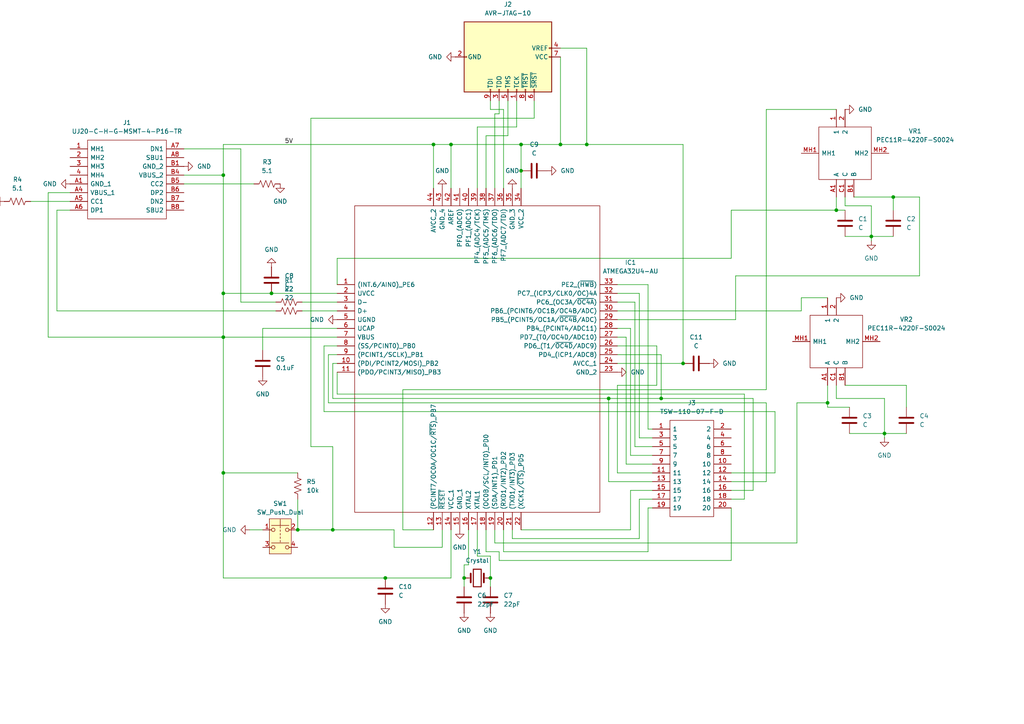
<source format=kicad_sch>
(kicad_sch (version 20250114) (generator "eeschema") (generator_version "9.0")
  (paper "A4")
  (lib_symbols
    (symbol "ATMEGA32U4-AU:ATMEGA32U4-AU" (pin_names (offset 0.762))
      (property "Reference" "IC" (at 77.47 27.94 0))
      (property "Value" "ATMEGA32U4-AU" (at 77.47 25.4 0))
      (symbol "ATMEGA32U4-AU_0_0"
        (pin passive line (at 0 0 0) (length 5.08) (name "(INT.6/AIN0)_PE6") (number "1"))
        (pin passive line (at 0 -2.54 0) (length 5.08) (name "UVCC") (number "2"))
        (pin passive line (at 0 -5.08 0) (length 5.08) (name "D-") (number "3"))
        (pin passive line (at 0 -7.62 0) (length 5.08) (name "D+") (number "4"))
        (pin passive line (at 0 -10.16 0) (length 5.08) (name "UGND") (number "5"))
        (pin passive line (at 0 -12.7 0) (length 5.08) (name "UCAP") (number "6"))
        (pin passive line (at 0 -15.24 0) (length 5.08) (name "VBUS") (number "7"))
        (pin passive line (at 0 -17.78 0) (length 5.08) (name "(SS/PCINT0)_PB0") (number "8"))
        (pin passive line (at 0 -20.32 0) (length 5.08) (name "(PCINT1/SCLK)_PB1") (number "9"))
        (pin passive line (at 0 -22.86 0) (length 5.08) (name "(PDI/PCINT2/MOSI)_PB2") (number "10"))
        (pin passive line (at 0 -25.4 0) (length 5.08) (name "(PDO/PCINT3/MISO)_PB3") (number "11"))
        (pin passive line (at 27.94 27.94 270) (length 5.08) (name "AVCC_2") (number "44"))
        (pin passive line (at 27.94 -71.12 90) (length 5.08) (name "(PCINT7/OC0A/OC1C/~{RTS})_PB7") (number "12"))
        (pin passive line (at 30.48 27.94 270) (length 5.08) (name "GND_4") (number "43"))
        (pin passive line (at 30.48 -71.12 90) (length 5.08) (name "~{RESET}") (number "13"))
        (pin passive line (at 33.02 27.94 270) (length 5.08) (name "AREF") (number "42"))
        (pin passive line (at 33.02 -71.12 90) (length 5.08) (name "VCC_1") (number "14"))
        (pin passive line (at 35.56 27.94 270) (length 5.08) (name "PF0_(ADC0)") (number "41"))
        (pin passive line (at 35.56 -71.12 90) (length 5.08) (name "GND_1") (number "15"))
        (pin passive line (at 38.1 27.94 270) (length 5.08) (name "PF1_(ADC1)") (number "40"))
        (pin passive line (at 38.1 -71.12 90) (length 5.08) (name "XTAL2") (number "16"))
        (pin passive line (at 40.64 27.94 270) (length 5.08) (name "PF4_(ADC4/TCK)") (number "39"))
        (pin passive line (at 40.64 -71.12 90) (length 5.08) (name "XTAL1") (number "17"))
        (pin passive line (at 43.18 27.94 270) (length 5.08) (name "PF5_(ADC5/TMS)") (number "38"))
        (pin passive line (at 43.18 -71.12 90) (length 5.08) (name "(OC0B/SCL/INT0)_PD0") (number "18"))
        (pin passive line (at 45.72 27.94 270) (length 5.08) (name "PF6_(ADC6/TDO)") (number "37"))
        (pin passive line (at 45.72 -71.12 90) (length 5.08) (name "(SDA/INT1)_PD1") (number "19"))
        (pin passive line (at 48.26 27.94 270) (length 5.08) (name "PF7_(ADC7/TDI)") (number "36"))
        (pin passive line (at 48.26 -71.12 90) (length 5.08) (name "(RXD1/INT2)_PD2") (number "20"))
        (pin passive line (at 50.8 27.94 270) (length 5.08) (name "GND_3") (number "35"))
        (pin passive line (at 50.8 -71.12 90) (length 5.08) (name "(TXD1/INT3)_PD3") (number "21"))
        (pin passive line (at 53.34 27.94 270) (length 5.08) (name "VCC_2") (number "34"))
        (pin passive line (at 53.34 -71.12 90) (length 5.08) (name "(XCK1/~{CTS})_PD5") (number "22"))
        (pin passive line (at 81.28 0 180) (length 5.08) (name "PE2_(~{HWB})") (number "33"))
        (pin passive line (at 81.28 -2.54 180) (length 5.08) (name "PC7_(ICP3/CLK0/OC)4A") (number "32"))
        (pin passive line (at 81.28 -5.08 180) (length 5.08) (name "PC6_(OC3A/~{OC4A})") (number "31"))
        (pin passive line (at 81.28 -7.62 180) (length 5.08) (name "PB6_(PCINT6/OC1B/OC4B/ADC)") (number "30"))
        (pin passive line (at 81.28 -10.16 180) (length 5.08) (name "PB5_(PCINT5/OC1A/~{OC4B}/ADC)") (number "29"))
        (pin passive line (at 81.28 -12.7 180) (length 5.08) (name "PB4_(PCINT4/ADC11)") (number "28"))
        (pin passive line (at 81.28 -15.24 180) (length 5.08) (name "PD7_(T0/OC4D/ADC10)") (number "27"))
        (pin passive line (at 81.28 -17.78 180) (length 5.08) (name "PD6_(T1/~{OC4D}/ADC9)") (number "26"))
        (pin passive line (at 81.28 -20.32 180) (length 5.08) (name "PD4_(ICP1/ADC8)") (number "25"))
        (pin passive line (at 81.28 -22.86 180) (length 5.08) (name "AVCC_1") (number "24"))
        (pin passive line (at 81.28 -25.4 180) (length 5.08) (name "GND_2") (number "23"))
      )
      (symbol "ATMEGA32U4-AU_0_1"
        (polyline (pts (xy 5.08 22.86) (xy 76.2 22.86) (xy 76.2 -66.04) (xy 5.08 -66.04) (xy 5.08 22.86)) (stroke (width 0.1524)))
      )
    )
    (symbol "Connector:AVR-JTAG-10" (pin_names (offset 1.016))
      (property "Reference" "J" (at -8.89 13.97 0))
      (property "Value" "AVR-JTAG-10" (at 1.27 13.97 0))
      (symbol "AVR-JTAG-10_0_1"
        (rectangle (start -2.667 12.7) (end -2.413 11.938))
        (rectangle (start -0.127 12.7) (end 0.127 11.938))
        (rectangle (start -0.127 -11.938) (end 0.127 -12.7))
        (rectangle (start 10.16 12.7) (end -10.16 -12.7) (stroke (width 0.254)) (fill (type background)))
        (rectangle (start 10.16 7.747) (end 9.398 7.493))
        (rectangle (start 10.16 5.207) (end 9.398 4.953))
        (rectangle (start 10.16 2.667) (end 9.398 2.413))
        (rectangle (start 10.16 0.127) (end 9.398 -0.127))
        (rectangle (start 10.16 -2.413) (end 9.398 -2.667))
        (rectangle (start 10.16 -4.953) (end 9.398 -5.207))
      )
      (symbol "AVR-JTAG-10_1_1"
        (pin passive line (at -2.54 15.24 270) (length 2.54) (name "VREF") (number "4"))
        (pin passive line (at 0 15.24 270) (length 2.54) (name "VCC") (number "7"))
        (pin passive line (at 0 -15.24 90) (length 2.54) (hide yes) (name "GND") (number "10"))
        (pin passive line (at 0 -15.24 90) (length 2.54) (name "GND") (number "2"))
        (pin passive line (at 12.7 7.62 180) (length 2.54) (name "~{SRST}") (number "6"))
        (pin passive line (at 12.7 5.08 180) (length 2.54) (name "~{TRST}") (number "8"))
        (pin passive line (at 12.7 2.54 180) (length 2.54) (name "TCK") (number "1"))
        (pin passive line (at 12.7 0 180) (length 2.54) (name "TMS") (number "5"))
        (pin passive line (at 12.7 -2.54 180) (length 2.54) (name "TDO") (number "3"))
        (pin passive line (at 12.7 -5.08 180) (length 2.54) (name "TDI") (number "9"))
      )
    )
    (symbol "Device:C" (pin_numbers (hide yes)) (pin_names (offset 0.254))
      (property "Reference" "C" (at 0.635 2.54 0))
      (property "Value" "C" (at 0.635 -2.54 0))
      (symbol "C_0_1"
        (polyline (pts (xy -2.032 0.762) (xy 2.032 0.762)) (stroke (width 0.508)))
        (polyline (pts (xy -2.032 -0.762) (xy 2.032 -0.762)) (stroke (width 0.508)))
      )
      (symbol "C_1_1"
        (pin passive line (at 0 3.81 270) (length 2.794) (name "~") (number "1"))
        (pin passive line (at 0 -3.81 90) (length 2.794) (name "~") (number "2"))
      )
    )
    (symbol "Device:Crystal" (pin_numbers (hide yes)) (pin_names (offset 1.016) (hide yes))
      (property "Reference" "Y" (at 0 3.81 0))
      (property "Value" "Crystal" (at 0 -3.81 0))
      (symbol "Crystal_0_1"
        (polyline (pts (xy -2.54 0) (xy -1.905 0)))
        (polyline (pts (xy -1.905 -1.27) (xy -1.905 1.27)) (stroke (width 0.508)))
        (rectangle (start -1.143 2.54) (end 1.143 -2.54) (stroke (width 0.3048)))
        (polyline (pts (xy 1.905 -1.27) (xy 1.905 1.27)) (stroke (width 0.508)))
        (polyline (pts (xy 2.54 0) (xy 1.905 0)))
      )
      (symbol "Crystal_1_1"
        (pin passive line (at -3.81 0 0) (length 1.27) (name "1") (number "1"))
        (pin passive line (at 3.81 0 180) (length 1.27) (name "2") (number "2"))
      )
    )
    (symbol "Device:R_US" (pin_numbers (hide yes)) (pin_names (offset 0))
      (property "Reference" "R" (at 2.54 0 90))
      (property "Value" "R_US" (at -2.54 0 90))
      (symbol "R_US_0_1"
        (polyline (pts (xy 0 2.286) (xy 0 2.54)))
        (polyline (pts (xy 0 2.286) (xy 1.016 1.905) (xy 0 1.524) (xy -1.016 1.143) (xy 0 0.762)))
        (polyline (pts (xy 0 0.762) (xy 1.016 0.381) (xy 0 0) (xy -1.016 -0.381) (xy 0 -0.762)))
        (polyline (pts (xy 0 -0.762) (xy 1.016 -1.143) (xy 0 -1.524) (xy -1.016 -1.905) (xy 0 -2.286)))
        (polyline (pts (xy 0 -2.286) (xy 0 -2.54)))
      )
      (symbol "R_US_1_1"
        (pin passive line (at 0 3.81 270) (length 1.27) (name "~") (number "1"))
        (pin passive line (at 0 -3.81 90) (length 1.27) (name "~") (number "2"))
      )
    )
    (symbol "PEC11R-4220F-S0024:PEC11R-4220F-S0024" (pin_names (offset 0.762))
      (property "Reference" "VR" (at 21.59 12.7 0))
      (property "Value" "PEC11R-4220F-S0024" (at 21.59 10.16 0))
      (symbol "PEC11R-4220F-S0024_0_0"
        (pin passive line (at 0 0 0) (length 5.08) (name "MH1") (number "MH1"))
        (pin passive line (at 10.16 12.7 270) (length 5.08) (name "1") (number "1"))
        (pin passive line (at 10.16 -12.7 90) (length 5.08) (name "A") (number "A1"))
        (pin passive line (at 12.7 12.7 270) (length 5.08) (name "2") (number "2"))
        (pin passive line (at 12.7 -12.7 90) (length 5.08) (name "C") (number "C1"))
        (pin passive line (at 15.24 -12.7 90) (length 5.08) (name "B") (number "B1"))
        (pin passive line (at 25.4 0 180) (length 5.08) (name "MH2") (number "MH2"))
      )
      (symbol "PEC11R-4220F-S0024_0_1"
        (polyline (pts (xy 5.08 7.62) (xy 20.32 7.62) (xy 20.32 -7.62) (xy 5.08 -7.62) (xy 5.08 7.62)) (stroke (width 0.1524)))
      )
    )
    (symbol "Switch:SW_Push_Dual" (pin_names (offset 1.016) (hide yes))
      (property "Reference" "SW" (at 0 7.62 0))
      (property "Value" "SW_Push_Dual" (at 0 -6.35 0))
      (symbol "SW_Push_Dual_0_1"
        (circle (center -2.032 2.54) (radius 0.508))
        (circle (center -2.032 -2.54) (radius 0.508))
        (polyline (pts (xy 0 3.81) (xy 0 5.588)))
        (polyline (pts (xy 0 3.048) (xy 0 3.556)))
        (polyline (pts (xy 0 2.032) (xy 0 2.54)))
        (polyline (pts (xy 0 1.016) (xy 0 1.524)))
        (polyline (pts (xy 0 0.508) (xy 0 0)))
        (polyline (pts (xy 0 -0.508) (xy 0 -1.016)))
        (circle (center 2.032 2.54) (radius 0.508))
        (circle (center 2.032 -2.54) (radius 0.508))
        (polyline (pts (xy 2.54 3.81) (xy -2.54 3.81)))
        (polyline (pts (xy 2.54 -1.27) (xy -2.54 -1.27)))
        (pin passive line (at -5.08 2.54 0) (length 2.54) (name "1") (number "1"))
        (pin passive line (at -5.08 -2.54 0) (length 2.54) (name "3") (number "3"))
        (pin passive line (at 5.08 2.54 180) (length 2.54) (name "2") (number "2"))
        (pin passive line (at 5.08 -2.54 180) (length 2.54) (name "4") (number "4"))
      )
      (symbol "SW_Push_Dual_1_1"
        (rectangle (start -3.175 5.715) (end 3.175 -4.445) (fill (type background)))
      )
    )
    (symbol "TSW-110-07-F-D:TSW-110-07-F-D" (pin_names (offset 0.762))
      (property "Reference" "J" (at 19.05 7.62 0))
      (property "Value" "TSW-110-07-F-D" (at 19.05 5.08 0))
      (symbol "TSW-110-07-F-D_0_0"
        (pin passive line (at 0 0 0) (length 5.08) (name "1") (number "1"))
        (pin passive line (at 0 -2.54 0) (length 5.08) (name "3") (number "3"))
        (pin passive line (at 0 -5.08 0) (length 5.08) (name "5") (number "5"))
        (pin passive line (at 0 -7.62 0) (length 5.08) (name "7") (number "7"))
        (pin passive line (at 0 -10.16 0) (length 5.08) (name "9") (number "9"))
        (pin passive line (at 0 -12.7 0) (length 5.08) (name "11") (number "11"))
        (pin passive line (at 0 -15.24 0) (length 5.08) (name "13") (number "13"))
        (pin passive line (at 0 -17.78 0) (length 5.08) (name "15") (number "15"))
        (pin passive line (at 0 -20.32 0) (length 5.08) (name "17") (number "17"))
        (pin passive line (at 0 -22.86 0) (length 5.08) (name "19") (number "19"))
        (pin passive line (at 22.86 0 180) (length 5.08) (name "2") (number "2"))
        (pin passive line (at 22.86 -2.54 180) (length 5.08) (name "4") (number "4"))
        (pin passive line (at 22.86 -5.08 180) (length 5.08) (name "6") (number "6"))
        (pin passive line (at 22.86 -7.62 180) (length 5.08) (name "8") (number "8"))
        (pin passive line (at 22.86 -10.16 180) (length 5.08) (name "10") (number "10"))
        (pin passive line (at 22.86 -12.7 180) (length 5.08) (name "12") (number "12"))
        (pin passive line (at 22.86 -15.24 180) (length 5.08) (name "14") (number "14"))
        (pin passive line (at 22.86 -17.78 180) (length 5.08) (name "16") (number "16"))
        (pin passive line (at 22.86 -20.32 180) (length 5.08) (name "18") (number "18"))
        (pin passive line (at 22.86 -22.86 180) (length 5.08) (name "20") (number "20"))
      )
      (symbol "TSW-110-07-F-D_0_1"
        (polyline (pts (xy 5.08 2.54) (xy 17.78 2.54) (xy 17.78 -25.4) (xy 5.08 -25.4) (xy 5.08 2.54)) (stroke (width 0.1524)))
      )
    )
    (symbol "UJ20-C-H-G-MSMT-4-P16-TR:UJ20-C-H-G-MSMT-4-P16-TR" (pin_names (offset 0.762))
      (property "Reference" "J" (at 29.21 7.62 0))
      (property "Value" "UJ20-C-H-G-MSMT-4-P16-TR" (at 29.21 5.08 0))
      (symbol "UJ20-C-H-G-MSMT-4-P16-TR_0_0"
        (pin passive line (at 0 0 0) (length 5.08) (name "MH1") (number "1"))
        (pin passive line (at 0 -2.54 0) (length 5.08) (name "MH2") (number "2"))
        (pin passive line (at 0 -5.08 0) (length 5.08) (name "MH3") (number "3"))
        (pin passive line (at 0 -7.62 0) (length 5.08) (name "MH4") (number "4"))
        (pin passive line (at 0 -10.16 0) (length 5.08) (name "GND_1") (number "A1"))
        (pin passive line (at 0 -12.7 0) (length 5.08) (name "VBUS_1") (number "A4"))
        (pin passive line (at 0 -15.24 0) (length 5.08) (name "CC1") (number "A5"))
        (pin passive line (at 0 -17.78 0) (length 5.08) (name "DP1") (number "A6"))
        (pin passive line (at 33.02 0 180) (length 5.08) (name "DN1") (number "A7"))
        (pin passive line (at 33.02 -2.54 180) (length 5.08) (name "SBU1") (number "A8"))
        (pin passive line (at 33.02 -5.08 180) (length 5.08) (name "GND_2") (number "B1"))
        (pin passive line (at 33.02 -7.62 180) (length 5.08) (name "VBUS_2") (number "B4"))
        (pin passive line (at 33.02 -10.16 180) (length 5.08) (name "CC2") (number "B5"))
        (pin passive line (at 33.02 -12.7 180) (length 5.08) (name "DP2") (number "B6"))
        (pin passive line (at 33.02 -15.24 180) (length 5.08) (name "DN2") (number "B7"))
        (pin passive line (at 33.02 -17.78 180) (length 5.08) (name "SBU2") (number "B8"))
      )
      (symbol "UJ20-C-H-G-MSMT-4-P16-TR_0_1"
        (polyline (pts (xy 5.08 2.54) (xy 27.94 2.54) (xy 27.94 -20.32) (xy 5.08 -20.32) (xy 5.08 2.54)) (stroke (width 0.1524)))
      )
    )
    (symbol "power:GND" (power) (pin_numbers (hide yes)) (pin_names (offset 0) (hide yes))
      (property "Value" "GND" (at 0 -3.81 0))
      (symbol "GND_0_1"
        (polyline (pts (xy 0 0) (xy 0 -1.27) (xy 1.27 -1.27) (xy 0 -2.54) (xy -1.27 -1.27) (xy 0 -1.27)))
      )
      (symbol "GND_1_1"
        (pin power_in line (at 0 0 270) (length 0) (name "~") (number "1"))
      )
    )
  )
  (junction (at 151.13 41.91))
  (junction (at 256.54 125.73))
  (junction (at 134.62 167.64))
  (junction (at 64.77 97.79))
  (junction (at 252.73 68.58))
  (junction (at 130.81 41.91))
  (junction (at 78.74 85.09))
  (junction (at 86.36 153.67))
  (junction (at 176.53 115.57))
  (junction (at 259.08 57.15))
  (junction (at 162.56 41.91))
  (junction (at 111.76 167.64))
  (junction (at 170.18 41.91))
  (junction (at 64.77 85.09))
  (junction (at 142.24 167.64))
  (junction (at 64.77 137.16))
  (junction (at 125.73 41.91))
  (junction (at 96.52 153.67))
  (junction (at 64.77 50.8))
  (junction (at 240.03 116.84))
  (junction (at 242.57 60.96))
  (junction (at 191.77 115.57))
  (junction (at 198.12 105.41))
  (junction (at 151.13 49.53))
  (wire (pts (xy 20.32 60.96) (xy 16.51 60.96)))
  (wire (pts (xy 114.3 158.75) (xy 128.27 158.75)))
  (wire (pts (xy 125.73 41.91) (xy 125.73 54.61)))
  (wire (pts (xy 111.76 167.64) (xy 64.77 167.64)))
  (wire (pts (xy 53.34 50.8) (xy 64.77 50.8)))
  (wire (pts (xy 185.42 156.21) (xy 185.42 144.78)))
  (wire (pts (xy 212.09 74.93) (xy 212.09 60.96)))
  (wire (pts (xy 143.51 54.61) (xy 143.51 33.02)))
  (wire (pts (xy 138.43 153.67) (xy 138.43 161.29)))
  (wire (pts (xy 93.98 100.33) (xy 97.79 100.33)))
  (wire (pts (xy 13.97 97.79) (xy 64.77 97.79)))
  (wire (pts (xy 135.89 163.83) (xy 134.62 163.83)))
  (wire (pts (xy 246.38 125.73) (xy 256.54 125.73)))
  (wire (pts (xy 185.42 127) (xy 189.23 127)))
  (wire (pts (xy 86.36 153.67) (xy 96.52 153.67)))
  (wire (pts (xy 182.88 153.67) (xy 182.88 142.24)))
  (wire (pts (xy 212.09 142.24) (xy 218.44 142.24)))
  (wire (pts (xy 213.36 92.71) (xy 213.36 80.01)))
  (wire (pts (xy 64.77 167.64) (xy 64.77 137.16)))
  (wire (pts (xy 151.13 49.53) (xy 151.13 41.91)))
  (wire (pts (xy 181.61 134.62) (xy 189.23 134.62)))
  (wire (pts (xy 215.9 144.78) (xy 215.9 114.3)))
  (wire (pts (xy 191.77 115.57) (xy 218.44 115.57)))
  (wire (pts (xy 96.52 115.57) (xy 176.53 115.57)))
  (wire (pts (xy 256.54 115.57) (xy 256.54 125.73)))
  (wire (pts (xy 140.97 160.02) (xy 144.78 160.02)))
  (wire (pts (xy 252.73 68.58) (xy 259.08 68.58)))
  (wire (pts (xy 90.17 129.54) (xy 96.52 129.54)))
  (wire (pts (xy 218.44 142.24) (xy 218.44 115.57)))
  (wire (pts (xy 142.24 170.18) (xy 142.24 167.64)))
  (wire (pts (xy 242.57 115.57) (xy 256.54 115.57)))
  (wire (pts (xy 90.17 34.29) (xy 90.17 129.54)))
  (wire (pts (xy 130.81 41.91) (xy 130.81 54.61)))
  (wire (pts (xy 64.77 137.16) (xy 64.77 97.79)))
  (wire (pts (xy 162.56 16.51) (xy 162.56 41.91)))
  (wire (pts (xy 125.73 41.91) (xy 64.77 41.91)))
  (wire (pts (xy 146.05 153.67) (xy 146.05 160.02)))
  (wire (pts (xy 179.07 100.33) (xy 190.5 100.33)))
  (wire (pts (xy 231.14 116.84) (xy 240.03 116.84)))
  (wire (pts (xy 245.11 111.76) (xy 262.89 111.76)))
  (wire (pts (xy 182.88 132.08) (xy 189.23 132.08)))
  (wire (pts (xy 147.32 39.37) (xy 147.32 29.21)))
  (wire (pts (xy 162.56 41.91) (xy 170.18 41.91)))
  (wire (pts (xy 179.07 105.41) (xy 198.12 105.41)))
  (wire (pts (xy 93.98 119.38) (xy 93.98 100.33)))
  (wire (pts (xy 190.5 100.33) (xy 190.5 111.76)))
  (wire (pts (xy 151.13 153.67) (xy 182.88 153.67)))
  (wire (pts (xy 240.03 118.11) (xy 246.38 118.11)))
  (wire (pts (xy 97.79 82.55) (xy 97.79 74.93)))
  (wire (pts (xy 142.24 161.29) (xy 142.24 167.64)))
  (wire (pts (xy 222.25 139.7) (xy 222.25 116.84)))
  (wire (pts (xy 179.07 85.09) (xy 185.42 85.09)))
  (wire (pts (xy 191.77 102.87) (xy 191.77 115.57)))
  (wire (pts (xy 212.09 60.96) (xy 242.57 60.96)))
  (wire (pts (xy 224.79 137.16) (xy 224.79 119.38)))
  (wire (pts (xy 64.77 41.91) (xy 64.77 50.8)))
  (wire (pts (xy 184.15 87.63) (xy 184.15 129.54)))
  (wire (pts (xy 87.63 87.63) (xy 97.79 87.63)))
  (wire (pts (xy 198.12 105.41) (xy 198.12 41.91)))
  (wire (pts (xy 87.63 90.17) (xy 97.79 90.17)))
  (wire (pts (xy 181.61 97.79) (xy 181.61 134.62)))
  (wire (pts (xy 266.7 57.15) (xy 259.08 57.15)))
  (wire (pts (xy 16.51 60.96) (xy 16.51 90.17)))
  (wire (pts (xy 72.39 153.67) (xy 76.2 153.67)))
  (wire (pts (xy 138.43 54.61) (xy 138.43 36.83)))
  (wire (pts (xy 16.51 90.17) (xy 80.01 90.17)))
  (wire (pts (xy 13.97 55.88) (xy 13.97 97.79)))
  (wire (pts (xy 185.42 144.78) (xy 189.23 144.78)))
  (wire (pts (xy 154.94 29.21) (xy 154.94 34.29)))
  (wire (pts (xy 179.07 97.79) (xy 181.61 97.79)))
  (wire (pts (xy 146.05 54.61) (xy 146.05 31.75)))
  (wire (pts (xy 96.52 129.54) (xy 96.52 153.67)))
  (wire (pts (xy 130.81 153.67) (xy 130.81 167.64)))
  (wire (pts (xy 266.7 80.01) (xy 266.7 57.15)))
  (wire (pts (xy 143.51 157.48) (xy 231.14 157.48)))
  (wire (pts (xy 215.9 114.3) (xy 97.79 114.3)))
  (wire (pts (xy 154.94 34.29) (xy 90.17 34.29)))
  (wire (pts (xy 179.07 92.71) (xy 213.36 92.71)))
  (wire (pts (xy 134.62 170.18) (xy 134.62 167.64)))
  (wire (pts (xy 138.43 36.83) (xy 149.86 36.83)))
  (wire (pts (xy 242.57 57.15) (xy 242.57 60.96)))
  (wire (pts (xy 53.34 43.18) (xy 69.85 43.18)))
  (wire (pts (xy 76.2 95.25) (xy 76.2 101.6)))
  (wire (pts (xy 245.11 68.58) (xy 252.73 68.58)))
  (wire (pts (xy 73.66 53.34) (xy 53.34 53.34)))
  (wire (pts (xy 212.09 139.7) (xy 222.25 139.7)))
  (wire (pts (xy 187.96 147.32) (xy 189.23 147.32)))
  (wire (pts (xy 125.73 153.67) (xy 116.84 153.67)))
  (wire (pts (xy 252.73 68.58) (xy 252.73 69.85)))
  (wire (pts (xy 96.52 153.67) (xy 114.3 153.67)))
  (wire (pts (xy 247.65 57.15) (xy 259.08 57.15)))
  (wire (pts (xy 148.59 156.21) (xy 185.42 156.21)))
  (wire (pts (xy 242.57 60.96) (xy 245.11 60.96)))
  (wire (pts (xy 176.53 115.57) (xy 191.77 115.57)))
  (wire (pts (xy 179.07 95.25) (xy 182.88 95.25)))
  (wire (pts (xy 245.11 59.69) (xy 252.73 59.69)))
  (wire (pts (xy 179.07 82.55) (xy 187.96 82.55)))
  (wire (pts (xy 222.25 31.75) (xy 242.57 31.75)))
  (wire (pts (xy 151.13 54.61) (xy 151.13 49.53)))
  (wire (pts (xy 144.78 29.21) (xy 144.78 33.02)))
  (wire (pts (xy 179.07 87.63) (xy 184.15 87.63)))
  (wire (pts (xy 64.77 85.09) (xy 64.77 97.79)))
  (wire (pts (xy 114.3 153.67) (xy 114.3 158.75)))
  (wire (pts (xy 134.62 163.83) (xy 134.62 167.64)))
  (wire (pts (xy 242.57 111.76) (xy 242.57 115.57)))
  (wire (pts (xy 240.03 116.84) (xy 240.03 118.11)))
  (wire (pts (xy 224.79 119.38) (xy 93.98 119.38)))
  (wire (pts (xy 69.85 87.63) (xy 80.01 87.63)))
  (wire (pts (xy 78.74 85.09) (xy 97.79 85.09)))
  (wire (pts (xy 151.13 41.91) (xy 130.81 41.91)))
  (wire (pts (xy 212.09 137.16) (xy 224.79 137.16)))
  (wire (pts (xy 146.05 160.02) (xy 187.96 160.02)))
  (wire (pts (xy 182.88 142.24) (xy 189.23 142.24)))
  (wire (pts (xy 69.85 43.18) (xy 69.85 87.63)))
  (wire (pts (xy 143.51 33.02) (xy 144.78 33.02)))
  (wire (pts (xy 187.96 82.55) (xy 187.96 124.46)))
  (wire (pts (xy 95.25 116.84) (xy 95.25 102.87)))
  (wire (pts (xy 170.18 13.97) (xy 170.18 41.91)))
  (wire (pts (xy 187.96 124.46) (xy 189.23 124.46)))
  (wire (pts (xy 96.52 105.41) (xy 97.79 105.41)))
  (wire (pts (xy 256.54 125.73) (xy 256.54 127)))
  (wire (pts (xy 182.88 95.25) (xy 182.88 132.08)))
  (wire (pts (xy 190.5 111.76) (xy 179.07 111.76)))
  (wire (pts (xy 179.07 90.17) (xy 232.41 90.17)))
  (wire (pts (xy 64.77 97.79) (xy 97.79 97.79)))
  (wire (pts (xy 179.07 111.76) (xy 179.07 137.16)))
  (wire (pts (xy 97.79 74.93) (xy 212.09 74.93)))
  (wire (pts (xy 176.53 139.7) (xy 189.23 139.7)))
  (wire (pts (xy 149.86 36.83) (xy 149.86 29.21)))
  (wire (pts (xy 176.53 115.57) (xy 176.53 139.7)))
  (wire (pts (xy 64.77 50.8) (xy 64.77 85.09)))
  (wire (pts (xy 97.79 114.3) (xy 97.79 107.95)))
  (wire (pts (xy 256.54 125.73) (xy 262.89 125.73)))
  (wire (pts (xy 212.09 144.78) (xy 215.9 144.78)))
  (wire (pts (xy 130.81 167.64) (xy 111.76 167.64)))
  (wire (pts (xy 222.25 113.03) (xy 222.25 31.75)))
  (wire (pts (xy 135.89 153.67) (xy 135.89 163.83)))
  (wire (pts (xy 162.56 13.97) (xy 170.18 13.97)))
  (wire (pts (xy 148.59 153.67) (xy 148.59 156.21)))
  (wire (pts (xy 142.24 31.75) (xy 142.24 29.21)))
  (wire (pts (xy 259.08 57.15) (xy 259.08 60.96)))
  (wire (pts (xy 140.97 54.61) (xy 140.97 39.37)))
  (wire (pts (xy 185.42 85.09) (xy 185.42 127)))
  (wire (pts (xy 116.84 113.03) (xy 222.25 113.03)))
  (wire (pts (xy 144.78 160.02) (xy 144.78 162.56)))
  (wire (pts (xy 232.41 86.36) (xy 240.03 86.36)))
  (wire (pts (xy 232.41 90.17) (xy 232.41 86.36)))
  (wire (pts (xy 138.43 161.29) (xy 142.24 161.29)))
  (wire (pts (xy 187.96 160.02) (xy 187.96 147.32)))
  (wire (pts (xy 222.25 116.84) (xy 95.25 116.84)))
  (wire (pts (xy 212.09 147.32) (xy 212.09 162.56)))
  (wire (pts (xy 20.32 55.88) (xy 13.97 55.88)))
  (wire (pts (xy 140.97 39.37) (xy 147.32 39.37)))
  (wire (pts (xy 140.97 153.67) (xy 140.97 160.02)))
  (wire (pts (xy 179.07 137.16) (xy 189.23 137.16)))
  (wire (pts (xy 198.12 41.91) (xy 170.18 41.91)))
  (wire (pts (xy 245.11 57.15) (xy 245.11 59.69)))
  (wire (pts (xy 252.73 59.69) (xy 252.73 68.58)))
  (wire (pts (xy 213.36 80.01) (xy 266.7 80.01)))
  (wire (pts (xy 64.77 85.09) (xy 78.74 85.09)))
  (wire (pts (xy 128.27 158.75) (xy 128.27 153.67)))
  (wire (pts (xy 144.78 162.56) (xy 212.09 162.56)))
  (wire (pts (xy 95.25 102.87) (xy 97.79 102.87)))
  (wire (pts (xy 262.89 111.76) (xy 262.89 118.11)))
  (wire (pts (xy 8.89 58.42) (xy 20.32 58.42)))
  (wire (pts (xy 146.05 31.75) (xy 142.24 31.75)))
  (wire (pts (xy 86.36 144.78) (xy 86.36 153.67)))
  (wire (pts (xy 231.14 157.48) (xy 231.14 116.84)))
  (wire (pts (xy 184.15 129.54) (xy 189.23 129.54)))
  (wire (pts (xy 96.52 115.57) (xy 96.52 105.41)))
  (wire (pts (xy 64.77 137.16) (xy 86.36 137.16)))
  (wire (pts (xy 179.07 102.87) (xy 191.77 102.87)))
  (wire (pts (xy 97.79 95.25) (xy 76.2 95.25)))
  (wire (pts (xy 130.81 41.91) (xy 125.73 41.91)))
  (wire (pts (xy 143.51 153.67) (xy 143.51 157.48)))
  (wire (pts (xy 151.13 41.91) (xy 162.56 41.91)))
  (wire (pts (xy 116.84 153.67) (xy 116.84 113.03)))
  (wire (pts (xy 240.03 111.76) (xy 240.03 116.84)))
  (label "5V" (at 82.55 41.91 0))
  (symbol (lib_id "UJ20-C-H-G-MSMT-4-P16-TR:UJ20-C-H-G-MSMT-4-P16-TR") (at 20.32 43.18 0) (unit 1)
    (property "Reference" "J1" (at 36.83 35.56 0))
    (property "Value" "UJ20-C-H-G-MSMT-4-P16-TR" (at 36.83 38.1 0))
    (property "Footprint" "project_footprints:UJ20CHGMSMT4P16TR" (effects (hide yes)))
    (property "Datasheet" "https://www.sameskydevices.com/product/resource/supplyframepdf/uj20-c-h-g-msmt-4-p16-tr.pdf" (effects (hide yes)))
    (property "Description" "Type C, USB 2.0, 480 Mbps, 48 Vac, 5 A, Horizontal, Gold plated 3u, Mid  Surface Mount 1.6mm, 16 pin, USB Receptacle" (effects (hide yes)))
    (property "Description_1" "Type C, USB 2.0, 480 Mbps, 48 Vac, 5 A, Horizontal, Gold plated 3u, Mid  Surface Mount 1.6mm, 16 pin, USB Receptacle" (effects (hide yes)))
    (property "Height" "3.36" (effects (hide yes)))
    (property "Mouser Part Number" "179-UJ20CHGMSMT4P16T" (effects (hide yes)))
    (property "Mouser Price/Stock" "https://www.mouser.co.uk/ProductDetail/Same-Sky/UJ20-C-H-G-MSMT-4-P16-TR?qs=IKkN%2F947nfCjJm0kGPdIjg%3D%3D" (effects (hide yes)))
    (property "Manufacturer_Name" "Same Sky" (effects (hide yes)))
    (property "Manufacturer_Part_Number" "UJ20-C-H-G-MSMT-4-P16-TR" (effects (hide yes)))
  )
  (symbol (lib_id "Device:R_US") (at 77.47 53.34 90) (unit 1)
    (property "Reference" "R3" (at 77.47 46.99 90))
    (property "Value" "5.1" (at 77.47 49.53 90))
    (property "Footprint" "Resistor_SMD:R_0805_2012Metric" (effects (hide yes)))
    (property "Description" "Resistor, US symbol" (effects (hide yes)))
  )
  (symbol (lib_id "power:GND") (at 179.07 107.95 90) (unit 1)
    (property "Reference" "#PWR010" (effects (hide yes)))
    (property "Value" "GND" (at 182.88 107.9499 90) (effects (justify right)))
    (property "Description" "Power symbol creates a global label with name \"GND\" , ground" (effects (hide yes)))
  )
  (symbol (lib_id "Device:R_US") (at 5.08 58.42 90) (unit 1)
    (property "Reference" "R4" (at 5.08 52.07 90))
    (property "Value" "5.1" (at 5.08 54.61 90))
    (property "Footprint" "Resistor_SMD:R_0805_2012Metric" (effects (hide yes)))
    (property "Description" "Resistor, US symbol" (effects (hide yes)))
  )
  (symbol (lib_id "Device:C") (at 142.24 173.99 0) (unit 1)
    (property "Reference" "C7" (at 146.05 172.7199 0) (effects (justify left)))
    (property "Value" "22pF" (at 146.05 175.2599 0) (effects (justify left)))
    (property "Footprint" "Capacitor_SMD:C_0805_2012Metric" (effects (hide yes)))
    (property "Description" "Unpolarized capacitor" (effects (hide yes)))
  )
  (symbol (lib_id "power:GND") (at 256.54 127 0) (unit 1)
    (property "Reference" "#PWR02" (effects (hide yes)))
    (property "Value" "GND" (at 256.54 132.08 0))
    (property "Description" "Power symbol creates a global label with name \"GND\" , ground" (effects (hide yes)))
  )
  (symbol (lib_id "power:GND") (at 132.08 16.51 270) (unit 1)
    (property "Reference" "#PWR018" (effects (hide yes)))
    (property "Value" "GND" (at 128.27 16.5099 90) (effects (justify right)))
    (property "Description" "Power symbol creates a global label with name \"GND\" , ground" (effects (hide yes)))
  )
  (symbol (lib_id "Device:C") (at 259.08 64.77 0) (unit 1)
    (property "Reference" "C2" (at 262.89 63.4999 0) (effects (justify left)))
    (property "Value" "C" (at 262.89 66.0399 0) (effects (justify left)))
    (property "Footprint" "Capacitor_SMD:C_0805_2012Metric" (effects (hide yes)))
    (property "Description" "Unpolarized capacitor" (effects (hide yes)))
  )
  (symbol (lib_id "PEC11R-4220F-S0024:PEC11R-4220F-S0024") (at 232.41 44.45 0) (unit 1)
    (property "Reference" "VR1" (at 265.43 38.0298 0))
    (property "Value" "PEC11R-4220F-S0024" (at 265.43 40.5698 0))
    (property "Footprint" "project_footprints:PEC11R4220FS0024" (effects (hide yes)))
    (property "Datasheet" "https://www.bourns.com/docs/Product-Datasheets/PEC11R.pdf" (effects (hide yes)))
    (property "Description" "Bourns 24 Pulse Incremental Mechanical Rotary Encoder with a 6 mm Flat Shaft (Not Indexed), Through Hole" (effects (hide yes)))
    (property "Description_1" "Bourns 24 Pulse Incremental Mechanical Rotary Encoder with a 6 mm Flat Shaft (Not Indexed), Through Hole" (effects (hide yes)))
    (property "Height" "27.5" (effects (hide yes)))
    (property "Mouser Part Number" "652-PEC11R-4220F-S24" (effects (hide yes)))
    (property "Mouser Price/Stock" "https://www.mouser.co.uk/ProductDetail/Bourns/PEC11R-4220F-S0024?qs=Zq5ylnUbLm6NGsQdib%2Ffbw%3D%3D" (effects (hide yes)))
    (property "Manufacturer_Name" "Bourns" (effects (hide yes)))
    (property "Manufacturer_Part_Number" "PEC11R-4220F-S0024" (effects (hide yes)))
  )
  (symbol (lib_id "power:GND") (at 20.32 53.34 270) (unit 1)
    (property "Reference" "#PWR06" (effects (hide yes)))
    (property "Value" "GND" (at 16.51 53.3399 90) (effects (justify right)))
    (property "Description" "Power symbol creates a global label with name \"GND\" , ground" (effects (hide yes)))
  )
  (symbol (lib_id "power:GND") (at 245.11 31.75 90) (unit 1)
    (property "Reference" "#PWR03" (effects (hide yes)))
    (property "Value" "GND" (at 248.92 31.7499 90) (effects (justify right)))
    (property "Description" "Power symbol creates a global label with name \"GND\" , ground" (effects (hide yes)))
  )
  (symbol (lib_id "Device:C") (at 111.76 171.45 0) (unit 1)
    (property "Reference" "C10" (at 115.57 170.1799 0) (effects (justify left)))
    (property "Value" "C" (at 115.57 172.7199 0) (effects (justify left)))
    (property "Footprint" "Capacitor_SMD:C_0805_2012Metric" (effects (hide yes)))
    (property "Description" "Unpolarized capacitor" (effects (hide yes)))
  )
  (symbol (lib_id "Device:C") (at 134.62 173.99 0) (unit 1)
    (property "Reference" "C6" (at 138.43 172.7199 0) (effects (justify left)))
    (property "Value" "22pF" (at 138.43 175.2599 0) (effects (justify left)))
    (property "Footprint" "Capacitor_SMD:C_0805_2012Metric" (effects (hide yes)))
    (property "Description" "Unpolarized capacitor" (effects (hide yes)))
  )
  (symbol (lib_id "power:GND") (at 78.74 77.47 180) (unit 1)
    (property "Reference" "#PWR021" (effects (hide yes)))
    (property "Value" "GND" (at 78.74 72.39 0))
    (property "Description" "Power symbol creates a global label with name \"GND\" , ground" (effects (hide yes)))
  )
  (symbol (lib_id "PEC11R-4220F-S0024:PEC11R-4220F-S0024") (at 229.87 99.06 0) (unit 1)
    (property "Reference" "VR2" (at 262.89 92.6398 0))
    (property "Value" "PEC11R-4220F-S0024" (at 262.89 95.1798 0))
    (property "Footprint" "project_footprints:PEC11R4220FS0024" (effects (hide yes)))
    (property "Datasheet" "https://www.bourns.com/docs/Product-Datasheets/PEC11R.pdf" (effects (hide yes)))
    (property "Description" "Bourns 24 Pulse Incremental Mechanical Rotary Encoder with a 6 mm Flat Shaft (Not Indexed), Through Hole" (effects (hide yes)))
    (property "Description_1" "Bourns 24 Pulse Incremental Mechanical Rotary Encoder with a 6 mm Flat Shaft (Not Indexed), Through Hole" (effects (hide yes)))
    (property "Height" "27.5" (effects (hide yes)))
    (property "Mouser Part Number" "652-PEC11R-4220F-S24" (effects (hide yes)))
    (property "Mouser Price/Stock" "https://www.mouser.co.uk/ProductDetail/Bourns/PEC11R-4220F-S0024?qs=Zq5ylnUbLm6NGsQdib%2Ffbw%3D%3D" (effects (hide yes)))
    (property "Manufacturer_Name" "Bourns" (effects (hide yes)))
    (property "Manufacturer_Part_Number" "PEC11R-4220F-S0024" (effects (hide yes)))
  )
  (symbol (lib_id "Device:C") (at 262.89 121.92 0) (unit 1)
    (property "Reference" "C4" (at 266.7 120.6499 0) (effects (justify left)))
    (property "Value" "C" (at 266.7 123.1899 0) (effects (justify left)))
    (property "Footprint" "Capacitor_SMD:C_0805_2012Metric" (effects (hide yes)))
    (property "Description" "Unpolarized capacitor" (effects (hide yes)))
  )
  (symbol (lib_id "Device:Crystal") (at 138.43 167.64 0) (unit 1)
    (property "Reference" "Y1" (at 138.43 160.02 0))
    (property "Value" "Crystal" (at 138.43 162.56 0))
    (property "Footprint" "Crystal:Crystal_SMD_Abracon_ABM3-2Pin_5.0x3.2mm" (effects (hide yes)))
    (property "Description" "Two pin crystal" (effects (hide yes)))
  )
  (symbol (lib_id "power:GND") (at 142.24 177.8 0) (unit 1)
    (property "Reference" "#PWR015" (effects (hide yes)))
    (property "Value" "GND" (at 142.24 182.88 0))
    (property "Description" "Power symbol creates a global label with name \"GND\" , ground" (effects (hide yes)))
  )
  (symbol (lib_id "Device:R_US") (at 83.82 87.63 90) (unit 1)
    (property "Reference" "R1" (at 83.82 81.28 90))
    (property "Value" "22" (at 83.82 83.82 90))
    (property "Footprint" "Resistor_SMD:R_0805_2012Metric" (effects (hide yes)))
    (property "Description" "Resistor, US symbol" (effects (hide yes)))
  )
  (symbol (lib_id "power:GND") (at 81.28 53.34 0) (unit 1)
    (property "Reference" "#PWR011" (effects (hide yes)))
    (property "Value" "GND" (at 81.28 58.42 0))
    (property "Description" "Power symbol creates a global label with name \"GND\" , ground" (effects (hide yes)))
  )
  (symbol (lib_id "power:GND") (at 111.76 175.26 0) (unit 1)
    (property "Reference" "#PWR020" (effects (hide yes)))
    (property "Value" "GND" (at 111.76 180.34 0))
    (property "Description" "Power symbol creates a global label with name \"GND\" , ground" (effects (hide yes)))
  )
  (symbol (lib_id "power:GND") (at 72.39 153.67 270) (unit 1)
    (property "Reference" "#PWR017" (effects (hide yes)))
    (property "Value" "GND" (at 68.58 153.6699 90) (effects (justify right)))
    (property "Description" "Power symbol creates a global label with name \"GND\" , ground" (effects (hide yes)))
  )
  (symbol (lib_id "Device:C") (at 154.94 49.53 90) (unit 1)
    (property "Reference" "C9" (at 154.94 41.91 90))
    (property "Value" "C" (at 154.94 44.45 90))
    (property "Footprint" "Capacitor_SMD:C_0805_2012Metric" (effects (hide yes)))
    (property "Description" "Unpolarized capacitor" (effects (hide yes)))
  )
  (symbol (lib_id "Device:C") (at 245.11 64.77 0) (unit 1)
    (property "Reference" "C1" (at 248.92 63.4999 0) (effects (justify left)))
    (property "Value" "C" (at 248.92 66.0399 0) (effects (justify left)))
    (property "Footprint" "Capacitor_SMD:C_0805_2012Metric" (effects (hide yes)))
    (property "Description" "Unpolarized capacitor" (effects (hide yes)))
  )
  (symbol (lib_id "Connector:AVR-JTAG-10") (at 147.32 16.51 270) (unit 1)
    (property "Reference" "J2" (at 147.32 1.27 90))
    (property "Value" "AVR-JTAG-10" (at 147.32 3.81 90))
    (property "Footprint" "Connector_PinHeader_2.54mm:PinHeader_2x05_P2.54mm_Vertical" (effects (hide yes)))
    (property "Description" "Atmel 10-pin JTAG connector" (effects (hide yes)))
  )
  (symbol (lib_id "power:GND") (at 252.73 69.85 0) (unit 1)
    (property "Reference" "#PWR01" (effects (hide yes)))
    (property "Value" "GND" (at 252.73 74.93 0))
    (property "Description" "Power symbol creates a global label with name \"GND\" , ground" (effects (hide yes)))
  )
  (symbol (lib_id "power:GND") (at 133.35 153.67 0) (unit 1)
    (property "Reference" "#PWR09" (effects (hide yes)))
    (property "Value" "GND" (at 133.35 158.75 0))
    (property "Description" "Power symbol creates a global label with name \"GND\" , ground" (effects (hide yes)))
  )
  (symbol (lib_id "Device:C") (at 78.74 81.28 0) (unit 1)
    (property "Reference" "C8" (at 82.55 80.0099 0) (effects (justify left)))
    (property "Value" "C" (at 82.55 82.5499 0) (effects (justify left)))
    (property "Footprint" "Capacitor_SMD:C_0805_2012Metric" (effects (hide yes)))
    (property "Description" "Unpolarized capacitor" (effects (hide yes)))
  )
  (symbol (lib_id "TSW-110-07-F-D:TSW-110-07-F-D") (at 189.23 124.46 0) (unit 1)
    (property "Reference" "J3" (at 200.66 116.84 0))
    (property "Value" "TSW-110-07-F-D" (at 200.66 119.38 0))
    (property "Footprint" "project_footprints:TSW-110-XX-YY-D" (effects (hide yes)))
    (property "Datasheet" "http://suddendocs.samtec.com/prints/tsw-xxx-xx-xxx-x-xx-xxx-mkt.pdf" (effects (hide yes)))
    (property "Description" "20 Position, Classic PCB Header Strips, 0.100&quot; pitch" (effects (hide yes)))
    (property "Description_1" "20 Position, Classic PCB Header Strips, 0.100&quot; pitch" (effects (hide yes)))
    (property "Mouser Part Number" "200-TSW11007FD" (effects (hide yes)))
    (property "Mouser Price/Stock" "https://www.mouser.co.uk/ProductDetail/Samtec/TSW-110-07-F-D?qs=XtX6y9BSeMhw%2F1qJP6VvRg%3D%3D" (effects (hide yes)))
    (property "Manufacturer_Name" "SAMTEC" (effects (hide yes)))
    (property "Manufacturer_Part_Number" "TSW-110-07-F-D" (effects (hide yes)))
  )
  (symbol (lib_id "power:GND") (at 148.59 54.61 180) (unit 1)
    (property "Reference" "#PWR07" (effects (hide yes)))
    (property "Value" "GND" (at 148.59 49.53 0))
    (property "Description" "Power symbol creates a global label with name \"GND\" , ground" (effects (hide yes)))
  )
  (symbol (lib_id "ATMEGA32U4-AU:ATMEGA32U4-AU") (at 97.79 82.55 0) (unit 1)
    (property "Reference" "IC1" (at 182.88 76.1298 0))
    (property "Value" "ATMEGA32U4-AU" (at 182.88 78.6698 0))
    (property "Footprint" "project_footprints:QFP80P1200X1200X120-44N" (effects (hide yes)))
    (property "Datasheet" "http://www.atmel.com/images/atmel-7766-8-bit-avr-atmega16u4-32u4_summary.pdf" (effects (hide yes)))
    (property "Description" "MCU AVR 32K FLASH 16MHZ 44-TQFP Atmel ATMEGA32U4-AU, 8bit AVR Microcontroller, 16MHz, 1 kB, 32 kB Flash, 44-Pin TQFP" (effects (hide yes)))
    (property "Description_1" "MCU AVR 32K FLASH 16MHZ 44-TQFP Atmel ATMEGA32U4-AU, 8bit AVR Microcontroller, 16MHz, 1 kB, 32 kB Flash, 44-Pin TQFP" (effects (hide yes)))
    (property "Height" "1.2" (effects (hide yes)))
    (property "Mouser Part Number" "556-ATMEGA32U4-AU" (effects (hide yes)))
    (property "Mouser Price/Stock" "https://www.mouser.co.uk/ProductDetail/Microchip-Technology/ATMEGA32U4-AU?qs=SSucg2PyLi7mKWjHIsNJ3w%3D%3D" (effects (hide yes)))
    (property "Manufacturer_Name" "Microchip" (effects (hide yes)))
    (property "Manufacturer_Part_Number" "ATMEGA32U4-AU" (effects (hide yes)))
  )
  (symbol (lib_id "power:GND") (at 205.74 105.41 90) (unit 1)
    (property "Reference" "#PWR019" (effects (hide yes)))
    (property "Value" "GND" (at 209.55 105.4099 90) (effects (justify right)))
    (property "Description" "Power symbol creates a global label with name \"GND\" , ground" (effects (hide yes)))
  )
  (symbol (lib_id "Device:R_US") (at 83.82 90.17 90) (unit 1)
    (property "Reference" "R2" (at 83.82 83.82 90))
    (property "Value" "22" (at 83.82 86.36 90))
    (property "Footprint" "Resistor_SMD:R_0805_2012Metric" (effects (hide yes)))
    (property "Description" "Resistor, US symbol" (effects (hide yes)))
  )
  (symbol (lib_id "power:GND") (at 242.57 86.36 90) (unit 1)
    (property "Reference" "#PWR04" (effects (hide yes)))
    (property "Value" "GND" (at 246.38 86.3599 90) (effects (justify right)))
    (property "Description" "Power symbol creates a global label with name \"GND\" , ground" (effects (hide yes)))
  )
  (symbol (lib_id "Switch:SW_Push_Dual") (at 81.28 156.21 0) (unit 1)
    (property "Reference" "SW1" (at 81.28 146.05 0))
    (property "Value" "SW_Push_Dual" (at 81.28 148.59 0))
    (property "Footprint" "Button_Switch_THT:SW_PUSH_6mm" (effects (hide yes)))
    (property "Description" "Push button switch, generic, symbol, four pins" (effects (hide yes)))
  )
  (symbol (lib_id "Device:C") (at 76.2 105.41 0) (unit 1)
    (property "Reference" "C5" (at 80.01 104.1399 0) (effects (justify left)))
    (property "Value" "0.1uF" (at 80.01 106.6799 0) (effects (justify left)))
    (property "Footprint" "Capacitor_SMD:C_0805_2012Metric" (effects (hide yes)))
    (property "Description" "Unpolarized capacitor" (effects (hide yes)))
  )
  (symbol (lib_id "power:GND") (at 53.34 48.26 90) (unit 1)
    (property "Reference" "#PWR05" (effects (hide yes)))
    (property "Value" "GND" (at 57.15 48.2599 90) (effects (justify right)))
    (property "Description" "Power symbol creates a global label with name \"GND\" , ground" (effects (hide yes)))
  )
  (symbol (lib_id "power:GND") (at 76.2 109.22 0) (unit 1)
    (property "Reference" "#PWR013" (effects (hide yes)))
    (property "Value" "GND" (at 76.2 114.3 0))
    (property "Description" "Power symbol creates a global label with name \"GND\" , ground" (effects (hide yes)))
  )
  (symbol (lib_id "power:GND") (at 1.27 58.42 270) (unit 1)
    (property "Reference" "#PWR012" (effects (hide yes)))
    (property "Value" "GND" (at -2.54 58.4199 90) (effects (justify right)))
    (property "Description" "Power symbol creates a global label with name \"GND\" , ground" (effects (hide yes)))
  )
  (symbol (lib_id "Device:C") (at 201.93 105.41 90) (unit 1)
    (property "Reference" "C11" (at 201.93 97.79 90))
    (property "Value" "C" (at 201.93 100.33 90))
    (property "Footprint" "Capacitor_SMD:C_0805_2012Metric" (effects (hide yes)))
    (property "Description" "Unpolarized capacitor" (effects (hide yes)))
  )
  (symbol (lib_id "Device:C") (at 246.38 121.92 0) (unit 1)
    (property "Reference" "C3" (at 250.19 120.6499 0) (effects (justify left)))
    (property "Value" "C" (at 250.19 123.1899 0) (effects (justify left)))
    (property "Footprint" "Capacitor_SMD:C_0805_2012Metric" (effects (hide yes)))
    (property "Description" "Unpolarized capacitor" (effects (hide yes)))
  )
  (symbol (lib_id "power:GND") (at 128.27 54.61 180) (unit 1)
    (property "Reference" "#PWR08" (effects (hide yes)))
    (property "Value" "GND" (at 128.27 49.53 0))
    (property "Description" "Power symbol creates a global label with name \"GND\" , ground" (effects (hide yes)))
  )
  (symbol (lib_id "power:GND") (at 97.79 92.71 270) (unit 1)
    (property "Reference" "#PWR014" (effects (hide yes)))
    (property "Value" "GND" (at 93.98 92.7099 90) (effects (justify right)))
    (property "Description" "Power symbol creates a global label with name \"GND\" , ground" (effects (hide yes)))
  )
  (symbol (lib_id "power:GND") (at 158.75 49.53 90) (unit 1)
    (property "Reference" "#PWR022" (effects (hide yes)))
    (property "Value" "GND" (at 162.56 49.5299 90) (effects (justify right)))
    (property "Description" "Power symbol creates a global label with name \"GND\" , ground" (effects (hide yes)))
  )
  (symbol (lib_id "Device:R_US") (at 86.36 140.97 0) (unit 1)
    (property "Reference" "R5" (at 88.9 139.6999 0) (effects (justify left)))
    (property "Value" "10k" (at 88.9 142.2399 0) (effects (justify left)))
    (property "Footprint" "Resistor_SMD:R_0805_2012Metric" (effects (hide yes)))
    (property "Description" "Resistor, US symbol" (effects (hide yes)))
  )
  (symbol (lib_id "power:GND") (at 134.62 177.8 0) (unit 1)
    (property "Reference" "#PWR016" (effects (hide yes)))
    (property "Value" "GND" (at 134.62 182.88 0))
    (property "Description" "Power symbol creates a global label with name \"GND\" , ground" (effects (hide yes)))
  )
)
</source>
